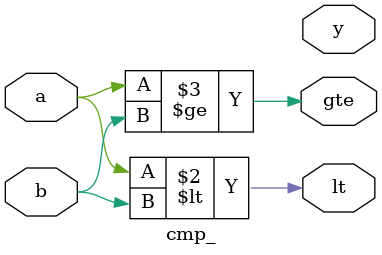
<source format=v>
`ifndef CMP_V
`define CMP_V

module cmp_ #(
    parameter WIDTH = 1
) (
    input wire [WIDTH-1:0] a,
    input wire [WIDTH-1:0] b,
    output wire y,
    output wire lt,
    output wire gte
);
    // TODO: implement
    assign eq = (a == b);
    assign lt = (a < b);
    assign gte = (a >= b);
endmodule

`endif

</source>
